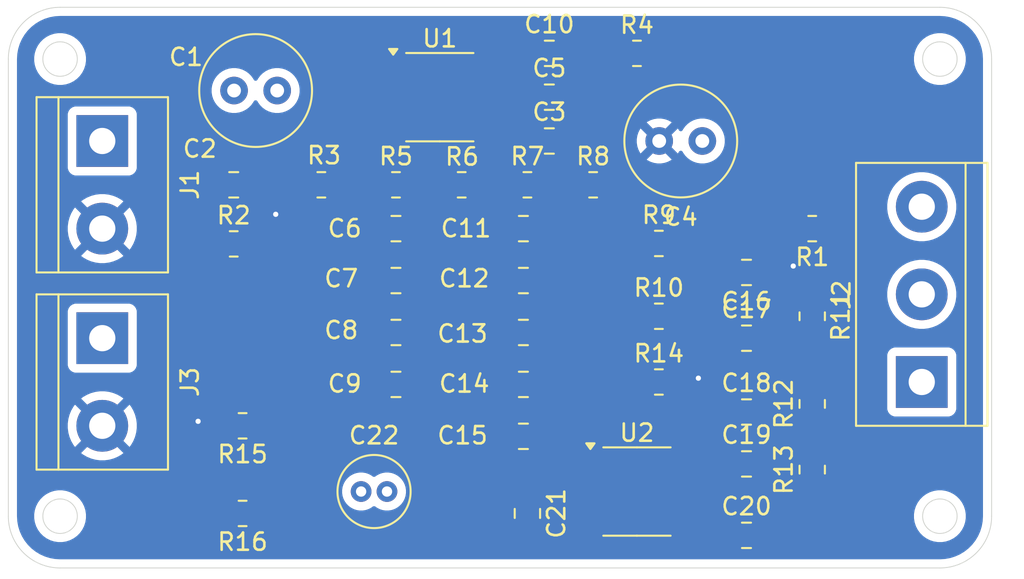
<source format=kicad_pcb>
(kicad_pcb (version 20241229) (generator "pcbnew") (generator_version "9.0")
  (layers (0 "F.Cu" signal) (2 "B.Cu" signal) (13 "F.Paste" user) (15 "B.Paste" user) (5 "F.SilkS" user "F.Silkscreen") (7 "B.SilkS" user "B.Silkscreen") (1 "F.Mask" user) (3 "B.Mask" user) (25 "Edge.Cuts" user))
  (net 0 "")
  (net 1 "GNDS")
  (net 2 "/in")
  (net 3 "Net-(U1-+)")
  (net 4 "-15V")
  (net 5 "0")
  (net 6 "Net-(C4-Pad1)")
  (net 7 "+15V")
  (net 8 "Net-(U1--)")
  (net 9 "Net-(C11-Pad1)")
  (net 10 "Net-(U1-C{slash}B)")
  (net 11 "Net-(U1-COMP)")
  (net 12 "Net-(C11-Pad2)")
  (net 13 "Net-(C16-Pad2)")
  (net 14 "Net-(C17-Pad2)")
  (net 15 "Net-(C18-Pad2)")
  (net 16 "Net-(U2-+)")
  (net 17 "Net-(U2--)")
  (net 18 "Net-(C22-Pad1)")
  (net 19 "/out")
  (net 20 "Net-(R5-Pad2)")
  (net 21 "Net-(R7-Pad2)")
  (net 22 "Net-(R10-Pad1)")
  (net 23 "Net-(R12-Pad2)")
  (footprint "Capacitor_SMD:C_0805_2012Metric_Pad1.18x1.45mm_HandSolder" (layer "F.Cu") (at 161.29 118.11)
    (property "Reference" "C20" (at 0 -1.68 0) (layer "F.SilkS"))
    (property "Value" "0.1u")
    (fp_line (start -0.261252 -0.735) (end 0.261252 -0.735) (stroke (width 0.12)) (layer "F.SilkS"))
    (fp_line (start -0.261252 0.735) (end 0.261252 0.735) (stroke (width 0.12)) (layer "F.SilkS"))
    (pad "1" smd roundrect (at -1.0375 0) (size 1.175 1.45) (layers "F.Cu" "F.Mask" "F.Paste") (roundrect_rratio 0.212766) (net 7 "+15V"))
    (pad "2" smd roundrect (at 1.0375 0) (size 1.175 1.45) (layers "F.Cu" "F.Mask" "F.Paste") (roundrect_rratio 0.212766) (net 5 "0"))
  )
  (footprint "Resistor_SMD:R_0805_2012Metric_Pad1.20x1.40mm_HandSolder" (layer "F.Cu") (at 132.08 116.84 180)
    (property "Reference" "R16" (at 0 -1.65 0) (layer "F.SilkS"))
    (property "Value" "100R")
    (fp_line (start -0.227064 0.735) (end 0.227064 0.735) (stroke (width 0.12)) (layer "F.SilkS"))
    (fp_line (start -0.227064 -0.735) (end 0.227064 -0.735) (stroke (width 0.12)) (layer "F.SilkS"))
    (pad "1" smd roundrect (at -1 0 180) (size 1.2 1.4) (layers "F.Cu" "F.Mask" "F.Paste") (roundrect_rratio 0.208333) (net 18 "Net-(C22-Pad1)"))
    (pad "2" smd roundrect (at 1 0 180) (size 1.2 1.4) (layers "F.Cu" "F.Mask" "F.Paste") (roundrect_rratio 0.208333) (net 19 "/out"))
  )
  (footprint "TerminalBlock:TerminalBlock_bornier-3_P5.08mm" (layer "F.Cu") (at 171.45 109.22 90)
    (property "Reference" "J2" (at 5.05 -4.65 90) (layer "F.SilkS"))
    (property "Value" "Screw_Terminal_01x03")
    (fp_line (start -2.54 -3.81) (end 12.7 -3.81) (stroke (width 0.12)) (layer "F.SilkS"))
    (fp_line (start -2.54 2.54) (end 12.7 2.54) (stroke (width 0.12)) (layer "F.SilkS"))
    (fp_line (start 12.7 3.81) (end 12.7 -3.81) (stroke (width 0.12)) (layer "F.SilkS"))
    (fp_line (start -2.54 3.81) (end -2.54 -3.81) (stroke (width 0.12)) (layer "F.SilkS"))
    (fp_line (start -2.54 3.81) (end 12.7 3.81) (stroke (width 0.12)) (layer "F.SilkS"))
    (pad "1" thru_hole rect (at 0 0 90) (size 3 3) (drill 1.52) (layers "*.Cu" "*.Mask") (net 7 "+15V"))
    (pad "2" thru_hole circle (at 5.08 0 90) (size 3 3) (drill 1.52) (layers "*.Cu" "*.Mask") (net 5 "0"))
    (pad "3" thru_hole circle (at 10.16 0 90) (size 3 3) (drill 1.52) (layers "*.Cu" "*.Mask") (net 4 "-15V"))
  )
  (footprint "Package_SO:SOIC-8_3.9x4.9mm_P1.27mm" (layer "F.Cu") (at 154.94 115.57)
    (property "Reference" "U2" (at 0 -3.4 0) (layer "F.SilkS"))
    (property "Value" "NE5534")
    (fp_line (start 0 -2.56) (end -1.95 -2.56) (stroke (width 0.12)) (layer "F.SilkS"))
    (fp_line (start 0 -2.56) (end 1.95 -2.56) (stroke (width 0.12)) (layer "F.SilkS"))
    (fp_line (start 0 2.56) (end -1.95 2.56) (stroke (width 0.12)) (layer "F.SilkS"))
    (fp_line (start 0 2.56) (end 1.95 2.56) (stroke (width 0.12)) (layer "F.SilkS"))
    (fp_poly (pts (xy -2.7 -2.465) (xy -2.94 -2.795) (xy -2.46 -2.795)) (stroke (width 0.12)) (fill yes) (layer "F.SilkS"))
    (pad "1" smd roundrect (at -2.475 -1.905) (size 1.95 0.6) (layers "F.Cu" "F.Mask" "F.Paste"))
    (pad "2" smd roundrect (at -2.475 -0.635) (size 1.95 0.6) (layers "F.Cu" "F.Mask" "F.Paste") (net 17 "Net-(U2--)"))
    (pad "3" smd roundrect (at -2.475 0.635) (size 1.95 0.6) (layers "F.Cu" "F.Mask" "F.Paste") (net 16 "Net-(U2-+)"))
    (pad "4" smd roundrect (at -2.475 1.905) (size 1.95 0.6) (layers "F.Cu" "F.Mask" "F.Paste") (net 4 "-15V"))
    (pad "5" smd roundrect (at 2.475 1.905) (size 1.95 0.6) (layers "F.Cu" "F.Mask" "F.Paste"))
    (pad "6" smd roundrect (at 2.475 0.635) (size 1.95 0.6) (layers "F.Cu" "F.Mask" "F.Paste") (net 17 "Net-(U2--)"))
    (pad "7" smd roundrect (at 2.475 -0.635) (size 1.95 0.6) (layers "F.Cu" "F.Mask" "F.Paste") (net 7 "+15V"))
    (pad "8" smd roundrect (at 2.475 -1.905) (size 1.95 0.6) (layers "F.Cu" "F.Mask" "F.Paste"))
  )
  (footprint "Resistor_SMD:R_0805_2012Metric_Pad1.20x1.40mm_HandSolder" (layer "F.Cu") (at 165.1 114.3 90)
    (property "Reference" "R13" (at 0 -1.65 90) (layer "F.SilkS"))
    (property "Value" "47k")
    (fp_line (start -0.227064 -0.735) (end 0.227064 -0.735) (stroke (width 0.12)) (layer "F.SilkS"))
    (fp_line (start -0.227064 0.735) (end 0.227064 0.735) (stroke (width 0.12)) (layer "F.SilkS"))
    (pad "1" smd roundrect (at -1 0 90) (size 1.2 1.4) (layers "F.Cu" "F.Mask" "F.Paste") (roundrect_rratio 0.208333) (net 23 "Net-(R12-Pad2)"))
    (pad "2" smd roundrect (at 1 0 90) (size 1.2 1.4) (layers "F.Cu" "F.Mask" "F.Paste") (roundrect_rratio 0.208333) (net 17 "Net-(U2--)"))
  )
  (footprint "Resistor_SMD:R_0805_2012Metric_Pad1.20x1.40mm_HandSolder" (layer "F.Cu") (at 165.1 100.33 180)
    (property "Reference" "R1" (at 0 -1.65 0) (layer "F.SilkS"))
    (property "Value" "10R")
    (fp_line (start -0.227064 0.735) (end 0.227064 0.735) (stroke (width 0.12)) (layer "F.SilkS"))
    (fp_line (start -0.227064 -0.735) (end 0.227064 -0.735) (stroke (width 0.12)) (layer "F.SilkS"))
    (pad "1" smd roundrect (at -1 0 180) (size 1.2 1.4) (layers "F.Cu" "F.Mask" "F.Paste") (roundrect_rratio 0.208333) (net 5 "0"))
    (pad "2" smd roundrect (at 1 0 180) (size 1.2 1.4) (layers "F.Cu" "F.Mask" "F.Paste") (roundrect_rratio 0.208333) (net 1 "GNDS"))
  )
  (footprint "Capacitor_SMD:C_0805_2012Metric_Pad1.18x1.45mm_HandSolder" (layer "F.Cu") (at 140.97 103.34)
    (property "Reference" "C7" (at -3.17 -0.12 0) (layer "F.SilkS"))
    (property "Value" "4n7")
    (fp_line (start -0.261252 -0.735) (end 0.261252 -0.735) (stroke (width 0.12)) (layer "F.SilkS"))
    (fp_line (start -0.261252 0.735) (end 0.261252 0.735) (stroke (width 0.12)) (layer "F.SilkS"))
    (pad "1" smd roundrect (at -1.0375 0) (size 1.175 1.45) (layers "F.Cu" "F.Mask" "F.Paste") (roundrect_rratio 0.212766) (net 8 "Net-(U1--)"))
    (pad "2" smd roundrect (at 1.0375 0) (size 1.175 1.45) (layers "F.Cu" "F.Mask" "F.Paste") (roundrect_rratio 0.212766) (net 9 "Net-(C11-Pad1)"))
  )
  (footprint "Package_SO:SOIC-8_3.9x4.9mm_P1.27mm" (layer "F.Cu") (at 143.51 92.71)
    (property "Reference" "U1" (at 0 -3.4 0) (layer "F.SilkS"))
    (property "Value" "NE5534")
    (fp_line (start 0 -2.56) (end -1.95 -2.56) (stroke (width 0.12)) (layer "F.SilkS"))
    (fp_line (start 0 -2.56) (end 1.95 -2.56) (stroke (width 0.12)) (layer "F.SilkS"))
    (fp_line (start 0 2.56) (end -1.95 2.56) (stroke (width 0.12)) (layer "F.SilkS"))
    (fp_line (start 0 2.56) (end 1.95 2.56) (stroke (width 0.12)) (layer "F.SilkS"))
    (fp_poly (pts (xy -2.7 -2.465) (xy -2.94 -2.795) (xy -2.46 -2.795)) (stroke (width 0.12)) (fill yes) (layer "F.SilkS"))
    (pad "1" smd roundrect (at -2.475 -1.905) (size 1.95 0.6) (layers "F.Cu" "F.Mask" "F.Paste"))
    (pad "2" smd roundrect (at -2.475 -0.635) (size 1.95 0.6) (layers "F.Cu" "F.Mask" "F.Paste") (net 8 "Net-(U1--)"))
    (pad "3" smd roundrect (at -2.475 0.635) (size 1.95 0.6) (layers "F.Cu" "F.Mask" "F.Paste") (net 3 "Net-(U1-+)"))
    (pad "4" smd roundrect (at -2.475 1.905) (size 1.95 0.6) (layers "F.Cu" "F.Mask" "F.Paste") (net 4 "-15V"))
    (pad "5" smd roundrect (at 2.475 1.905) (size 1.95 0.6) (layers "F.Cu" "F.Mask" "F.Paste") (net 11 "Net-(U1-COMP)"))
    (pad "6" smd roundrect (at 2.475 0.635) (size 1.95 0.6) (layers "F.Cu" "F.Mask" "F.Paste") (net 12 "Net-(C11-Pad2)"))
    (pad "7" smd roundrect (at 2.475 -0.635) (size 1.95 0.6) (layers "F.Cu" "F.Mask" "F.Paste") (net 7 "+15V"))
    (pad "8" smd roundrect (at 2.475 -1.905) (size 1.95 0.6) (layers "F.Cu" "F.Mask" "F.Paste") (net 10 "Net-(U1-C{slash}B)"))
  )
  (footprint "Capacitor_SMD:C_0805_2012Metric_Pad1.18x1.45mm_HandSolder" (layer "F.Cu") (at 161.29 106.68)
    (property "Reference" "C17" (at 0 -1.68 0) (layer "F.SilkS"))
    (property "Value" "470n")
    (fp_line (start -0.261252 -0.735) (end 0.261252 -0.735) (stroke (width 0.12)) (layer "F.SilkS"))
    (fp_line (start -0.261252 0.735) (end 0.261252 0.735) (stroke (width 0.12)) (layer "F.SilkS"))
    (pad "1" smd roundrect (at -1.0375 0) (size 1.175 1.45) (layers "F.Cu" "F.Mask" "F.Paste") (roundrect_rratio 0.212766) (net 13 "Net-(C16-Pad2)"))
    (pad "2" smd roundrect (at 1.0375 0) (size 1.175 1.45) (layers "F.Cu" "F.Mask" "F.Paste") (roundrect_rratio 0.212766) (net 14 "Net-(C17-Pad2)"))
  )
  (footprint "Resistor_SMD:R_0805_2012Metric_Pad1.20x1.40mm_HandSolder" (layer "F.Cu") (at 144.78 97.79 180)
    (property "Reference" "R6" (at -0.02 1.63 0) (layer "F.SilkS"))
    (property "Value" "120R")
    (fp_line (start -0.227064 0.735) (end 0.227064 0.735) (stroke (width 0.12)) (layer "F.SilkS"))
    (fp_line (start -0.227064 -0.735) (end 0.227064 -0.735) (stroke (width 0.12)) (layer "F.SilkS"))
    (pad "1" smd roundrect (at -1 0 180) (size 1.2 1.4) (layers "F.Cu" "F.Mask" "F.Paste") (roundrect_rratio 0.208333) (net 20 "Net-(R5-Pad2)"))
    (pad "2" smd roundrect (at 1 0 180) (size 1.2 1.4) (layers "F.Cu" "F.Mask" "F.Paste") (roundrect_rratio 0.208333) (net 9 "Net-(C11-Pad1)"))
  )
  (footprint "Capacitor_SMD:C_0805_2012Metric_Pad1.18x1.45mm_HandSolder" (layer "F.Cu") (at 140.97 100.33)
    (property "Reference" "C6" (at -2.97 -0.01 0) (layer "F.SilkS"))
    (property "Value" "4n7")
    (fp_line (start -0.261252 -0.735) (end 0.261252 -0.735) (stroke (width 0.12)) (layer "F.SilkS"))
    (fp_line (start -0.261252 0.735) (end 0.261252 0.735) (stroke (width 0.12)) (layer "F.SilkS"))
    (pad "1" smd roundrect (at -1.0375 0) (size 1.175 1.45) (layers "F.Cu" "F.Mask" "F.Paste") (roundrect_rratio 0.212766) (net 8 "Net-(U1--)"))
    (pad "2" smd roundrect (at 1.0375 0) (size 1.175 1.45) (layers "F.Cu" "F.Mask" "F.Paste") (roundrect_rratio 0.212766) (net 9 "Net-(C11-Pad1)"))
  )
  (footprint "Capacitor_SMD:C_0805_2012Metric_Pad1.18x1.45mm_HandSolder" (layer "F.Cu") (at 148.3575 106.35)
    (property "Reference" "C13" (at -3.53 0.07 0) (layer "F.SilkS"))
    (property "Value" "10n")
    (fp_line (start -0.261252 -0.735) (end 0.261252 -0.735) (stroke (width 0.12)) (layer "F.SilkS"))
    (fp_line (start -0.261252 0.735) (end 0.261252 0.735) (stroke (width 0.12)) (layer "F.SilkS"))
    (pad "1" smd roundrect (at -1.0375 0) (size 1.175 1.45) (layers "F.Cu" "F.Mask" "F.Paste") (roundrect_rratio 0.212766) (net 9 "Net-(C11-Pad1)"))
    (pad "2" smd roundrect (at 1.0375 0) (size 1.175 1.45) (layers "F.Cu" "F.Mask" "F.Paste") (roundrect_rratio 0.212766) (net 12 "Net-(C11-Pad2)"))
  )
  (footprint "Capacitor_SMD:C_0805_2012Metric_Pad1.18x1.45mm_HandSolder" (layer "F.Cu") (at 148.3575 109.36)
    (property "Reference" "C14" (at -3.43 -0.04 0) (layer "F.SilkS"))
    (property "Value" "10n")
    (fp_line (start -0.261252 -0.735) (end 0.261252 -0.735) (stroke (width 0.12)) (layer "F.SilkS"))
    (fp_line (start -0.261252 0.735) (end 0.261252 0.735) (stroke (width 0.12)) (layer "F.SilkS"))
    (pad "1" smd roundrect (at -1.0375 0) (size 1.175 1.45) (layers "F.Cu" "F.Mask" "F.Paste") (roundrect_rratio 0.212766) (net 9 "Net-(C11-Pad1)"))
    (pad "2" smd roundrect (at 1.0375 0) (size 1.175 1.45) (layers "F.Cu" "F.Mask" "F.Paste") (roundrect_rratio 0.212766) (net 12 "Net-(C11-Pad2)"))
  )
  (footprint "Capacitor_THT:C_Radial_D6.3mm_H11.0mm_P2.50mm" (layer "F.Cu") (at 158.73 95.25 180)
    (property "Reference" "C4" (at 1.25 -4.4 0) (layer "F.SilkS"))
    (property "Value" "220u")
    (fp_circle (center 1.25 0) (end 4.52 0) (stroke (width 0.12)) (fill no) (layer "F.SilkS"))
    (pad "1" thru_hole circle (at 0 0 180) (size 1.6 1.6) (drill 0.8) (layers "*.Cu" "*.Mask") (net 6 "Net-(C4-Pad1)"))
    (pad "2" thru_hole circle (at 2.5 0 180) (size 1.6 1.6) (drill 0.8) (layers "*.Cu" "*.Mask") (net 1 "GNDS"))
  )
  (footprint "Capacitor_SMD:C_0805_2012Metric_Pad1.18x1.45mm_HandSolder" (layer "F.Cu") (at 149.86 90.17)
    (property "Reference" "C10" (at 0 -1.68 0) (layer "F.SilkS"))
    (property "Value" "4p7")
    (fp_line (start -0.261252 -0.735) (end 0.261252 -0.735) (stroke (width 0.12)) (layer "F.SilkS"))
    (fp_line (start -0.261252 0.735) (end 0.261252 0.735) (stroke (width 0.12)) (layer "F.SilkS"))
    (pad "1" smd roundrect (at -1.0375 0) (size 1.175 1.45) (layers "F.Cu" "F.Mask" "F.Paste") (roundrect_rratio 0.212766) (net 10 "Net-(U1-C{slash}B)"))
    (pad "2" smd roundrect (at 1.0375 0) (size 1.175 1.45) (layers "F.Cu" "F.Mask" "F.Paste") (roundrect_rratio 0.212766) (net 11 "Net-(U1-COMP)"))
  )
  (footprint "Resistor_SMD:R_0805_2012Metric_Pad1.20x1.40mm_HandSolder" (layer "F.Cu") (at 136.645 97.79 180)
    (property "Reference" "R3" (at -0.155 1.705 0) (layer "F.SilkS"))
    (property "Value" "68k")
    (fp_line (start -0.227064 0.735) (end 0.227064 0.735) (stroke (width 0.12)) (layer "F.SilkS"))
    (fp_line (start -0.227064 -0.735) (end 0.227064 -0.735) (stroke (width 0.12)) (layer "F.SilkS"))
    (pad "1" smd roundrect (at -1 0 180) (size 1.2 1.4) (layers "F.Cu" "F.Mask" "F.Paste") (roundrect_rratio 0.208333) (net 3 "Net-(U1-+)"))
    (pad "2" smd roundrect (at 1 0 180) (size 1.2 1.4) (layers "F.Cu" "F.Mask" "F.Paste") (roundrect_rratio 0.208333) (net 1 "GNDS"))
  )
  (footprint "Resistor_SMD:R_0805_2012Metric_Pad1.20x1.40mm_HandSolder" (layer "F.Cu") (at 156.21 109.22)
    (property "Reference" "R14" (at 0 -1.65 0) (layer "F.SilkS"))
    (property "Value" "82k")
    (fp_line (start -0.227064 -0.735) (end 0.227064 -0.735) (stroke (width 0.12)) (layer "F.SilkS"))
    (fp_line (start -0.227064 0.735) (end 0.227064 0.735) (stroke (width 0.12)) (layer "F.SilkS"))
    (pad "1" smd roundrect (at -1 0) (size 1.2 1.4) (layers "F.Cu" "F.Mask" "F.Paste") (roundrect_rratio 0.208333) (net 16 "Net-(U2-+)"))
    (pad "2" smd roundrect (at 1 0) (size 1.2 1.4) (layers "F.Cu" "F.Mask" "F.Paste") (roundrect_rratio 0.208333) (net 1 "GNDS"))
  )
  (footprint "Capacitor_THT:C_Radial_D6.3mm_H11.0mm_P2.50mm" (layer "F.Cu") (at 134.085 92.325 180)
    (property "Reference" "C2" (at 4.485 -3.375 0) (layer "F.SilkS"))
    (property "Value" "220u")
    (fp_circle (center 1.25 0) (end 4.52 0) (stroke (width 0.12)) (fill no) (layer "F.SilkS"))
    (pad "1" thru_hole circle (at 0 0 180) (size 1.6 1.6) (drill 0.8) (layers "*.Cu" "*.Mask") (net 3 "Net-(U1-+)"))
    (pad "2" thru_hole circle (at 2.5 0 180) (size 1.6 1.6) (drill 0.8) (layers "*.Cu" "*.Mask") (net 2 "/in"))
  )
  (footprint "Capacitor_SMD:C_0805_2012Metric_Pad1.18x1.45mm_HandSolder" (layer "F.Cu") (at 161.29 113.97)
    (property "Reference" "C19" (at 0 -1.68 0) (layer "F.SilkS"))
    (property "Value" "470n")
    (fp_line (start -0.261252 -0.735) (end 0.261252 -0.735) (stroke (width 0.12)) (layer "F.SilkS"))
    (fp_line (start -0.261252 0.735) (end 0.261252 0.735) (stroke (width 0.12)) (layer "F.SilkS"))
    (pad "1" smd roundrect (at -1.0375 0) (size 1.175 1.45) (layers "F.Cu" "F.Mask" "F.Paste") (roundrect_rratio 0.212766) (net 15 "Net-(C18-Pad2)"))
    (pad "2" smd roundrect (at 1.0375 0) (size 1.175 1.45) (layers "F.Cu" "F.Mask" "F.Paste") (roundrect_rratio 0.212766) (net 16 "Net-(U2-+)"))
  )
  (footprint "Capacitor_SMD:C_0805_2012Metric_Pad1.18x1.45mm_HandSolder" (layer "F.Cu") (at 148.3575 112.37)
    (property "Reference" "C15" (at -3.53 -0.05 0) (layer "F.SilkS"))
    (property "Value" "10n")
    (fp_line (start -0.261252 -0.735) (end 0.261252 -0.735) (stroke (width 0.12)) (layer "F.SilkS"))
    (fp_line (start -0.261252 0.735) (end 0.261252 0.735) (stroke (width 0.12)) (layer "F.SilkS"))
    (pad "1" smd roundrect (at -1.0375 0) (size 1.175 1.45) (layers "F.Cu" "F.Mask" "F.Paste") (roundrect_rratio 0.212766) (net 9 "Net-(C11-Pad1)"))
    (pad "2" smd roundrect (at 1.0375 0) (size 1.175 1.45) (layers "F.Cu" "F.Mask" "F.Paste") (roundrect_rratio 0.212766) (net 12 "Net-(C11-Pad2)"))
  )
  (footprint "Capacitor_SMD:C_0805_2012Metric_Pad1.18x1.45mm_HandSolder" (layer "F.Cu") (at 161.29 102.87 180)
    (property "Reference" "C16" (at 0 -1.68 0) (layer "F.SilkS"))
    (property "Value" "4n7")
    (fp_line (start -0.261252 0.735) (end 0.261252 0.735) (stroke (width 0.12)) (layer "F.SilkS"))
    (fp_line (start -0.261252 -0.735) (end 0.261252 -0.735) (stroke (width 0.12)) (layer "F.SilkS"))
    (pad "1" smd roundrect (at -1.0375 0 180) (size 1.175 1.45) (layers "F.Cu" "F.Mask" "F.Paste") (roundrect_rratio 0.212766) (net 1 "GNDS"))
    (pad "2" smd roundrect (at 1.0375 0 180) (size 1.175 1.45) (layers "F.Cu" "F.Mask" "F.Paste") (roundrect_rratio 0.212766) (net 13 "Net-(C16-Pad2)"))
  )
  (footprint "Resistor_SMD:R_0805_2012Metric_Pad1.20x1.40mm_HandSolder" (layer "F.Cu") (at 132.08 111.76 180)
    (property "Reference" "R15" (at 0 -1.65 0) (layer "F.SilkS"))
    (property "Value" "22k")
    (fp_line (start -0.227064 0.735) (end 0.227064 0.735) (stroke (width 0.12)) (layer "F.SilkS"))
    (fp_line (start -0.227064 -0.735) (end 0.227064 -0.735) (stroke (width 0.12)) (layer "F.SilkS"))
    (pad "1" smd roundrect (at -1 0 180) (size 1.2 1.4) (layers "F.Cu" "F.Mask" "F.Paste") (roundrect_rratio 0.208333) (net 18 "Net-(C22-Pad1)"))
    (pad "2" smd roundrect (at 1 0 180) (size 1.2 1.4) (layers "F.Cu" "F.Mask" "F.Paste") (roundrect_rratio 0.208333) (net 1 "GNDS"))
  )
  (footprint "Resistor_SMD:R_0805_2012Metric_Pad1.20x1.40mm_HandSolder" (layer "F.Cu") (at 156.21 105.41)
    (property "Reference" "R10" (at 0 -1.65 0) (layer "F.SilkS"))
    (property "Value" "68R")
    (fp_line (start -0.227064 -0.735) (end 0.227064 -0.735) (stroke (width 0.12)) (layer "F.SilkS"))
    (fp_line (start -0.227064 0.735) (end 0.227064 0.735) (stroke (width 0.12)) (layer "F.SilkS"))
    (pad "1" smd roundrect (at -1 0) (size 1.2 1.4) (layers "F.Cu" "F.Mask" "F.Paste") (roundrect_rratio 0.208333) (net 22 "Net-(R10-Pad1)"))
    (pad "2" smd roundrect (at 1 0) (size 1.2 1.4) (layers "F.Cu" "F.Mask" "F.Paste") (roundrect_rratio 0.208333) (net 13 "Net-(C16-Pad2)"))
  )
  (footprint "Capacitor_SMD:C_0805_2012Metric_Pad1.18x1.45mm_HandSolder" (layer "F.Cu") (at 140.97 106.35)
    (property "Reference" "C8" (at -3.17 -0.13 0) (layer "F.SilkS"))
    (property "Value" "4n7")
    (fp_line (start -0.261252 -0.735) (end 0.261252 -0.735) (stroke (width 0.12)) (layer "F.SilkS"))
    (fp_line (start -0.261252 0.735) (end 0.261252 0.735) (stroke (width 0.12)) (layer "F.SilkS"))
    (pad "1" smd roundrect (at -1.0375 0) (size 1.175 1.45) (layers "F.Cu" "F.Mask" "F.Paste") (roundrect_rratio 0.212766) (net 8 "Net-(U1--)"))
    (pad "2" smd roundrect (at 1.0375 0) (size 1.175 1.45) (layers "F.Cu" "F.Mask" "F.Paste") (roundrect_rratio 0.212766) (net 9 "Net-(C11-Pad1)"))
  )
  (footprint "Resistor_SMD:R_0805_2012Metric_Pad1.20x1.40mm_HandSolder" (layer "F.Cu") (at 156.21 101.19)
    (property "Reference" "R9" (at 0 -1.65 0) (layer "F.SilkS"))
    (property "Value" "470R")
    (fp_line (start -0.227064 -0.735) (end 0.227064 -0.735) (stroke (width 0.12)) (layer "F.SilkS"))
    (fp_line (start -0.227064 0.735) (end 0.227064 0.735) (stroke (width 0.12)) (layer "F.SilkS"))
    (pad "1" smd roundrect (at -1 0) (size 1.2 1.4) (layers "F.Cu" "F.Mask" "F.Paste") (roundrect_rratio 0.208333) (net 12 "Net-(C11-Pad2)"))
    (pad "2" smd roundrect (at 1 0) (size 1.2 1.4) (layers "F.Cu" "F.Mask" "F.Paste") (roundrect_rratio 0.208333) (net 22 "Net-(R10-Pad1)"))
  )
  (footprint "Resistor_SMD:R_0805_2012Metric_Pad1.20x1.40mm_HandSolder" (layer "F.Cu") (at 152.4 97.79)
    (property "Reference" "R8" (at 0 -1.65 0) (layer "F.SilkS"))
    (property "Value" "1k5")
    (fp_line (start -0.227064 -0.735) (end 0.227064 -0.735) (stroke (width 0.12)) (layer "F.SilkS"))
    (fp_line (start -0.227064 0.735) (end 0.227064 0.735) (stroke (width 0.12)) (layer "F.SilkS"))
    (pad "1" smd roundrect (at -1 0) (size 1.2 1.4) (layers "F.Cu" "F.Mask" "F.Paste") (roundrect_rratio 0.208333) (net 21 "Net-(R7-Pad2)"))
    (pad "2" smd roundrect (at 1 0) (size 1.2 1.4) (layers "F.Cu" "F.Mask" "F.Paste") (roundrect_rratio 0.208333) (net 12 "Net-(C11-Pad2)"))
  )
  (footprint "TerminalBlock:TerminalBlock_bornier-2_P5.08mm" (layer "F.Cu") (at 123.945 95.25 -90)
    (property "Reference" "J1" (at 2.54 -5.08 90) (layer "F.SilkS"))
    (property "Value" "Screw_Terminal_01x02")
    (fp_line (start -2.54 3.81) (end 7.62 3.81) (stroke (width 0.12)) (layer "F.SilkS"))
    (fp_line (start 7.62 3.81) (end 7.62 -3.81) (stroke (width 0.12)) (layer "F.SilkS"))
    (fp_line (start 7.62 2.54) (end -2.54 2.54) (stroke (width 0.12)) (layer "F.SilkS"))
    (fp_line (start -2.54 -3.81) (end -2.54 3.81) (stroke (width 0.12)) (layer "F.SilkS"))
    (fp_line (start 7.62 -3.81) (end -2.54 -3.81) (stroke (width 0.12)) (layer "F.SilkS"))
    (pad "1" thru_hole rect (at 0 0 270) (size 3 3) (drill 1.52) (layers "*.Cu" "*.Mask") (net 2 "/in"))
    (pad "2" thru_hole circle (at 5.08 0 270) (size 3 3) (drill 1.52) (layers "*.Cu" "*.Mask") (net 1 "GNDS"))
  )
  (footprint "Capacitor_SMD:C_0805_2012Metric_Pad1.18x1.45mm_HandSolder" (layer "F.Cu") (at 140.97 109.36)
    (property "Reference" "C9" (at -2.97 -0.04 0) (layer "F.SilkS"))
    (property "Value" "220p")
    (fp_line (start -0.261252 -0.735) (end 0.261252 -0.735) (stroke (width 0.12)) (layer "F.SilkS"))
    (fp_line (start -0.261252 0.735) (end 0.261252 0.735) (stroke (width 0.12)) (layer "F.SilkS"))
    (pad "1" smd roundrect (at -1.0375 0) (size 1.175 1.45) (layers "F.Cu" "F.Mask" "F.Paste") (roundrect_rratio 0.212766) (net 8 "Net-(U1--)"))
    (pad "2" smd roundrect (at 1.0375 0) (size 1.175 1.45) (layers "F.Cu" "F.Mask" "F.Paste") (roundrect_rratio 0.212766) (net 9 "Net-(C11-Pad1)"))
  )
  (footprint "Capacitor_SMD:C_0805_2012Metric_Pad1.18x1.45mm_HandSolder" (layer "F.Cu") (at 161.29 110.96)
    (property "Reference" "C18" (at 0 -1.68 0) (layer "F.SilkS"))
    (property "Value" "470n")
    (fp_line (start -0.261252 -0.735) (end 0.261252 -0.735) (stroke (width 0.12)) (layer "F.SilkS"))
    (fp_line (start -0.261252 0.735) (end 0.261252 0.735) (stroke (width 0.12)) (layer "F.SilkS"))
    (pad "1" smd roundrect (at -1.0375 0) (size 1.175 1.45) (layers "F.Cu" "F.Mask" "F.Paste") (roundrect_rratio 0.212766) (net 14 "Net-(C17-Pad2)"))
    (pad "2" smd roundrect (at 1.0375 0) (size 1.175 1.45) (layers "F.Cu" "F.Mask" "F.Paste") (roundrect_rratio 0.212766) (net 15 "Net-(C18-Pad2)"))
  )
  (footprint "Resistor_SMD:R_0805_2012Metric_Pad1.20x1.40mm_HandSolder" (layer "F.Cu") (at 165.1 110.49 90)
    (property "Reference" "R12" (at 0 -1.65 90) (layer "F.SilkS"))
    (property "Value" "200R")
    (fp_line (start -0.227064 -0.735) (end 0.227064 -0.735) (stroke (width 0.12)) (layer "F.SilkS"))
    (fp_line (start -0.227064 0.735) (end 0.227064 0.735) (stroke (width 0.12)) (layer "F.SilkS"))
    (pad "1" smd roundrect (at -1 0 90) (size 1.2 1.4) (layers "F.Cu" "F.Mask" "F.Paste") (roundrect_rratio 0.208333) (net 15 "Net-(C18-Pad2)"))
    (pad "2" smd roundrect (at 1 0 90) (size 1.2 1.4) (layers "F.Cu" "F.Mask" "F.Paste") (roundrect_rratio 0.208333) (net 23 "Net-(R12-Pad2)"))
  )
  (footprint "Capacitor_SMD:C_0805_2012Metric_Pad1.18x1.45mm_HandSolder" (layer "F.Cu") (at 149.86 95.25)
    (property "Reference" "C3" (at 0 -1.68 0) (layer "F.SilkS"))
    (property "Value" "0.1u")
    (fp_line (start -0.261252 -0.735) (end 0.261252 -0.735) (stroke (width 0.12)) (layer "F.SilkS"))
    (fp_line (start -0.261252 0.735) (end 0.261252 0.735) (stroke (width 0.12)) (layer "F.SilkS"))
    (pad "1" smd roundrect (at -1.0375 0) (size 1.175 1.45) (layers "F.Cu" "F.Mask" "F.Paste") (roundrect_rratio 0.212766) (net 5 "0"))
    (pad "2" smd roundrect (at 1.0375 0) (size 1.175 1.45) (layers "F.Cu" "F.Mask" "F.Paste") (roundrect_rratio 0.212766) (net 4 "-15V"))
  )
  (footprint "Capacitor_SMD:C_0805_2012Metric_Pad1.18x1.45mm_HandSolder" (layer "F.Cu") (at 148.3575 103.34)
    (property "Reference" "C12" (at -3.43 -0.12 0) (layer "F.SilkS"))
    (property "Value" "10n")
    (fp_line (start -0.261252 -0.735) (end 0.261252 -0.735) (stroke (width 0.12)) (layer "F.SilkS"))
    (fp_line (start -0.261252 0.735) (end 0.261252 0.735) (stroke (width 0.12)) (layer "F.SilkS"))
    (pad "1" smd roundrect (at -1.0375 0) (size 1.175 1.45) (layers "F.Cu" "F.Mask" "F.Paste") (roundrect_rratio 0.212766) (net 9 "Net-(C11-Pad1)"))
    (pad "2" smd roundrect (at 1.0375 0) (size 1.175 1.45) (layers "F.Cu" "F.Mask" "F.Paste") (roundrect_rratio 0.212766) (net 12 "Net-(C11-Pad2)"))
  )
  (footprint "Resistor_SMD:R_0805_2012Metric_Pad1.20x1.40mm_HandSolder" (layer "F.Cu") (at 165.1 105.41 -90)
    (property "Reference" "R11" (at 0 -1.65 90) (layer "F.SilkS"))
    (property "Value" "12k")
    (fp_line (start -0.227064 0.735) (end 0.227064 0.735) (stroke (width 0.12)) (layer "F.SilkS"))
    (fp_line (start -0.227064 -0.735) (end 0.227064 -0.735) (stroke (width 0.12)) (layer "F.SilkS"))
    (pad "1" smd roundrect (at -1 0 270) (size 1.2 1.4) (layers "F.Cu" "F.Mask" "F.Paste") (roundrect_rratio 0.208333) (net 1 "GNDS"))
    (pad "2" smd roundrect (at 1 0 270) (size 1.2 1.4) (layers "F.Cu" "F.Mask" "F.Paste") (roundrect_rratio 0.208333) (net 14 "Net-(C17-Pad2)"))
  )
  (footprint "Capacitor_SMD:C_0805_2012Metric_Pad1.18x1.45mm_HandSolder" (layer "F.Cu") (at 148.59 116.84 -90)
    (property "Reference" "C21" (at 0 -1.68 90) (layer "F.SilkS"))
    (property "Value" "0.1u")
    (fp_line (start -0.261252 0.735) (end 0.261252 0.735) (stroke (width 0.12)) (layer "F.SilkS"))
    (fp_line (start -0.261252 -0.735) (end 0.261252 -0.735) (stroke (width 0.12)) (layer "F.SilkS"))
    (pad "1" smd roundrect (at -1.0375 0 270) (size 1.175 1.45) (layers "F.Cu" "F.Mask" "F.Paste") (roundrect_rratio 0.212766) (net 4 "-15V"))
    (pad "2" smd roundrect (at 1.0375 0 270) (size 1.175 1.45) (layers "F.Cu" "F.Mask" "F.Paste") (roundrect_rratio 0.212766) (net 5 "0"))
  )
  (footprint "Capacitor_THT:C_Radial_D4.0mm_H7.0mm_P1.50mm" (layer "F.Cu") (at 138.95 115.57)
    (property "Reference" "C22" (at 0.75 -3.25 0) (layer "F.SilkS"))
    (property "Value" "47u")
    (fp_circle (center 0.75 0) (end 2.87 0) (stroke (width 0.12)) (fill no) (layer "F.SilkS"))
    (pad "1" thru_hole circle (at 0 0) (size 1.2 1.2) (drill 0.6) (layers "*.Cu" "*.Mask") (net 18 "Net-(C22-Pad1)"))
    (pad "2" thru_hole circle (at 1.5 0) (size 1.2 1.2) (drill 0.6) (layers "*.Cu" "*.Mask") (net 17 "Net-(U2--)"))
  )
  (footprint "Resistor_SMD:R_0805_2012Metric_Pad1.20x1.40mm_HandSolder" (layer "F.Cu") (at 140.97 97.79)
    (property "Reference" "R5" (at 0 -1.65 0) (layer "F.SilkS"))
    (property "Value" "5k1")
    (fp_line (start -0.227064 -0.735) (end 0.227064 -0.735) (stroke (width 0.12)) (layer "F.SilkS"))
    (fp_line (start -0.227064 0.735) (end 0.227064 0.735) (stroke (width 0.12)) (layer "F.SilkS"))
    (pad "1" smd roundrect (at -1 0) (size 1.2 1.4) (layers "F.Cu" "F.Mask" "F.Paste") (roundrect_rratio 0.208333) (net 8 "Net-(U1--)"))
    (pad "2" smd roundrect (at 1 0) (size 1.2 1.4) (layers "F.Cu" "F.Mask" "F.Paste") (roundrect_rratio 0.208333) (net 20 "Net-(R5-Pad2)"))
  )
  (footprint "Capacitor_SMD:C_0805_2012Metric_Pad1.18x1.45mm_HandSolder" (layer "F.Cu") (at 148.3575 100.33)
    (property "Reference" "C11" (at -3.33 -0.01 0) (layer "F.SilkS"))
    (property "Value" "10n")
    (fp_line (start -0.261252 -0.735) (end 0.261252 -0.735) (stroke (width 0.12)) (layer "F.SilkS"))
    (fp_line (start -0.261252 0.735) (end 0.261252 0.735) (stroke (width 0.12)) (layer "F.SilkS"))
    (pad "1" smd roundrect (at -1.0375 0) (size 1.175 1.45) (layers "F.Cu" "F.Mask" "F.Paste") (roundrect_rratio 0.212766) (net 9 "Net-(C11-Pad1)"))
    (pad "2" smd roundrect (at 1.0375 0) (size 1.175 1.45) (layers "F.Cu" "F.Mask" "F.Paste") (roundrect_rratio 0.212766) (net 12 "Net-(C11-Pad2)"))
  )
  (footprint "Resistor_SMD:R_0805_2012Metric_Pad1.20x1.40mm_HandSolder" (layer "F.Cu") (at 131.565 101.215)
    (property "Reference" "R2" (at 0 -1.65 0) (layer "F.SilkS"))
    (property "Value" "150k")
    (fp_line (start -0.227064 -0.735) (end 0.227064 -0.735) (stroke (width 0.12)) (layer "F.SilkS"))
    (fp_line (start -0.227064 0.735) (end 0.227064 0.735) (stroke (width 0.12)) (layer "F.SilkS"))
    (pad "1" smd roundrect (at -1 0) (size 1.2 1.4) (layers "F.Cu" "F.Mask" "F.Paste") (roundrect_rratio 0.208333) (net 2 "/in"))
    (pad "2" smd roundrect (at 1 0) (size 1.2 1.4) (layers "F.Cu" "F.Mask" "F.Paste") (roundrect_rratio 0.208333) (net 1 "GNDS"))
  )
  (footprint "Resistor_SMD:R_0805_2012Metric_Pad1.20x1.40mm_HandSolder" (layer "F.Cu") (at 148.59 97.79)
    (property "Reference" "R7" (at 0 -1.65 0) (layer "F.SilkS"))
    (property "Value" "62k")
    (fp_line (start -0.227064 -0.735) (end 0.227064 -0.735) (stroke (width 0.12)) (layer "F.SilkS"))
    (fp_line (start -0.227064 0.735) (end 0.227064 0.735) (stroke (width 0.12)) (layer "F.SilkS"))
    (pad "1" smd roundrect (at -1 0) (size 1.2 1.4) (layers "F.Cu" "F.Mask" "F.Paste") (roundrect_rratio 0.208333) (net 9 "Net-(C11-Pad1)"))
    (pad "2" smd roundrect (at 1 0) (size 1.2 1.4) (layers "F.Cu" "F.Mask" "F.Paste") (roundrect_rratio 0.208333) (net 21 "Net-(R7-Pad2)"))
  )
  (footprint "Resistor_SMD:R_0805_2012Metric_Pad1.20x1.40mm_HandSolder" (layer "F.Cu") (at 154.94 90.17)
    (property "Reference" "R4" (at 0 -1.65 0) (layer "F.SilkS"))
    (property "Value" "220R")
    (fp_line (start -0.227064 -0.735) (end 0.227064 -0.735) (stroke (width 0.12)) (layer "F.SilkS"))
    (fp_line (start -0.227064 0.735) (end 0.227064 0.735) (stroke (width 0.12)) (layer "F.SilkS"))
    (pad "1" smd roundrect (at -1 0) (size 1.2 1.4) (layers "F.Cu" "F.Mask" "F.Paste") (roundrect_rratio 0.208333) (net 8 "Net-(U1--)"))
    (pad "2" smd roundrect (at 1 0) (size 1.2 1.4) (layers "F.Cu" "F.Mask" "F.Paste") (roundrect_rratio 0.208333) (net 6 "Net-(C4-Pad1)"))
  )
  (footprint "Capacitor_SMD:C_0805_2012Metric_Pad1.18x1.45mm_HandSolder" (layer "F.Cu") (at 131.565 97.79)
    (property "Reference" "C1" (at -2.765 -7.405 0) (layer "F.SilkS"))
    (property "Value" "100p")
    (fp_line (start -0.261252 -0.735) (end 0.261252 -0.735) (stroke (width 0.12)) (layer "F.SilkS"))
    (fp_line (start -0.261252 0.735) (end 0.261252 0.735) (stroke (width 0.12)) (layer "F.SilkS"))
    (pad "1" smd roundrect (at -1.0375 0) (size 1.175 1.45) (layers "F.Cu" "F.Mask" "F.Paste") (roundrect_rratio 0.212766) (net 2 "/in"))
    (pad "2" smd roundrect (at 1.0375 0) (size 1.175 1.45) (layers "F.Cu" "F.Mask" "F.Paste") (roundrect_rratio 0.212766) (net 1 "GNDS"))
  )
  (footprint "Capacitor_SMD:C_0805_2012Metric_Pad1.18x1.45mm_HandSolder" (layer "F.Cu") (at 149.86 92.71)
    (property "Reference" "C5" (at 0 -1.68 0) (layer "F.SilkS"))
    (property "Value" "0.1u")
    (fp_line (start -0.261252 -0.735) (end 0.261252 -0.735) (stroke (width 0.12)) (layer "F.SilkS"))
    (fp_line (start -0.261252 0.735) (end 0.261252 0.735) (stroke (width 0.12)) (layer "F.SilkS"))
    (pad "1" smd roundrect (at -1.0375 0) (size 1.175 1.45) (layers "F.Cu" "F.Mask" "F.Paste") (roundrect_rratio 0.212766) (net 5 "0"))
    (pad "2" smd roundrect (at 1.0375 0) (size 1.175 1.45) (layers "F.Cu" "F.Mask" "F.Paste") (roundrect_rratio 0.212766) (net 7 "+15V"))
  )
  (footprint "TerminalBlock:TerminalBlock_bornier-2_P5.08mm" (layer "F.Cu") (at 123.945 106.68 -90)
    (property "Reference" "J3" (at 2.54 -5.08 90) (layer "F.SilkS"))
    (property "Value" "Screw_Terminal_01x02")
    (fp_line (start -2.54 3.81) (end 7.62 3.81) (stroke (width 0.12)) (layer "F.SilkS"))
    (fp_line (start 7.62 3.81) (end 7.62 -3.81) (stroke (width 0.12)) (layer "F.SilkS"))
    (fp_line (start 7.62 2.54) (end -2.54 2.54) (stroke (width 0.12)) (layer "F.SilkS"))
    (fp_line (start -2.54 -3.81) (end -2.54 3.81) (stroke (width 0.12)) (layer "F.SilkS"))
    (fp_line (start 7.62 -3.81) (end -2.54 -3.81) (stroke (width 0.12)) (layer "F.SilkS"))
    (pad "1" thru_hole rect (at 0 0 270) (size 3 3) (drill 1.52) (layers "*.Cu" "*.Mask") (net 19 "/out"))
    (pad "2" thru_hole circle (at 5.08 0 270) (size 3 3) (drill 1.52) (layers "*.Cu" "*.Mask") (net 1 "GNDS"))
  )
  (gr_circle (center 172.5 117) (end 171.5 117) (stroke (width 0.05)) (fill no) (layer "Edge.Cuts"))
  (gr_circle (center 121.5 90.5) (end 120.5 90.5) (stroke (width 0.05)) (fill no) (layer "Edge.Cuts"))
  (gr_arc (start 175.5 117) (mid 174.62132 119.12132) (end 172.5 120) (stroke (width 0.05)) (layer "Edge.Cuts"))
  (gr_circle (center 172.5 90.5) (end 171.5 90.5) (stroke (width 0.05)) (fill no) (layer "Edge.Cuts"))
  (gr_arc (start 172.5 87.5) (mid 174.62132 88.37868) (end 175.5 90.5) (stroke (width 0.05)) (layer "Edge.Cuts"))
  (gr_line (start 175.5 90.5) (end 175.5 117) (stroke (width 0.05)) (layer "Edge.Cuts"))
  (gr_line (start 118.5 90.5) (end 118.5 117) (stroke (width 0.05)) (layer "Edge.Cuts"))
  (gr_line (start 172.5 87.5) (end 121.5 87.5) (stroke (width 0.05)) (layer "Edge.Cuts"))
  (gr_circle (center 121.5 117) (end 120.5 117) (stroke (width 0.05)) (fill no) (layer "Edge.Cuts"))
  (gr_arc (start 118.5 90.5) (mid 119.37868 88.37868) (end 121.5 87.5) (stroke (width 0.05)) (layer "Edge.Cuts"))
  (gr_line (start 121.5 120) (end 172.5 120) (stroke (width 0.05)) (layer "Edge.Cuts"))
  (gr_arc (start 121.5 120) (mid 119.37868 119.12132) (end 118.5 117) (stroke (width 0.05)) (layer "Edge.Cuts"))
  (segment (start 164.1 102.4) (end 164.1 100.33) (width 0.2) (layer "F.Cu") (net 1))
  (segment (start 135.645 97.855) (end 134 99.5) (width 0.2) (layer "F.Cu") (net 1))
  (segment (start 164 103.31) (end 165.1 104.41) (width 0.2) (layer "F.Cu") (net 1))
  (segment (start 132.6025 97.79) (end 132.6025 98.1025) (width 0.2) (layer "F.Cu") (net 1))
  (segment (start 129.76 111.76) (end 129.5 111.5) (width 0.2) (layer "F.Cu") (net 1))
  (segment (start 132.565 101.215) (end 132.565 100.935) (width 0.2) (layer "F.Cu") (net 1))
  (segment (start 132.565 100.935) (end 134 99.5) (width 0.2) (layer "F.Cu") (net 1))
  (segment (start 164 102.5) (end 162.6975 102.5) (width 0.2) (layer "F.Cu") (net 1))
  (segment (start 164 102.5) (end 164 103.31) (width 0.2) (layer "F.Cu") (net 1))
  (segment (start 132.6025 98.1025) (end 134 99.5) (width 0.2) (layer "F.Cu") (net 1))
  (segment (start 164 102.5) (end 164.1 102.4) (width 0.2) (layer "F.Cu") (net 1))
  (segment (start 162.6975 102.5) (end 162.3275 102.87) (width 0.2) (layer "F.Cu") (net 1))
  (segment (start 157.43 109) (end 157.21 109.22) (width 0.2) (layer "F.Cu") (net 1))
  (segment (start 131.08 111.76) (end 129.76 111.76) (width 0.2) (layer "F.Cu") (net 1))
  (segment (start 158.5 109) (end 157.43 109) (width 0.2) (layer "F.Cu") (net 1))
  (segment (start 135.645 97.79) (end 135.645 97.855) (width 0.2) (layer "F.Cu") (net 1))
  (via (at 129.5 111.5) (size 0.6) (drill 0.3) (layers "F.Cu" "B.Cu") (net 1))
  (via (at 164 102.5) (size 0.6) (drill 0.3) (layers "F.Cu" "B.Cu") (net 1))
  (via (at 158.5 109) (size 0.6) (drill 0.3) (layers "F.Cu" "B.Cu") (net 1))
  (via (at 134 99.5) (size 0.6) (drill 0.3) (layers "F.Cu" "B.Cu") (net 1))
  (zone (net 1) (net_name "GNDS") (layer "B.Cu") (connect_pads (clearance 0.5)) (min_thickness 0.25) (fill yes (thermal_gap 0.5) (thermal_bridge_width 0.5))
    (polygon (pts (xy 118.5 87.5) (xy 175.5 87.5) (xy 175.5 120) (xy 118.5 120)))
  )
)
</source>
